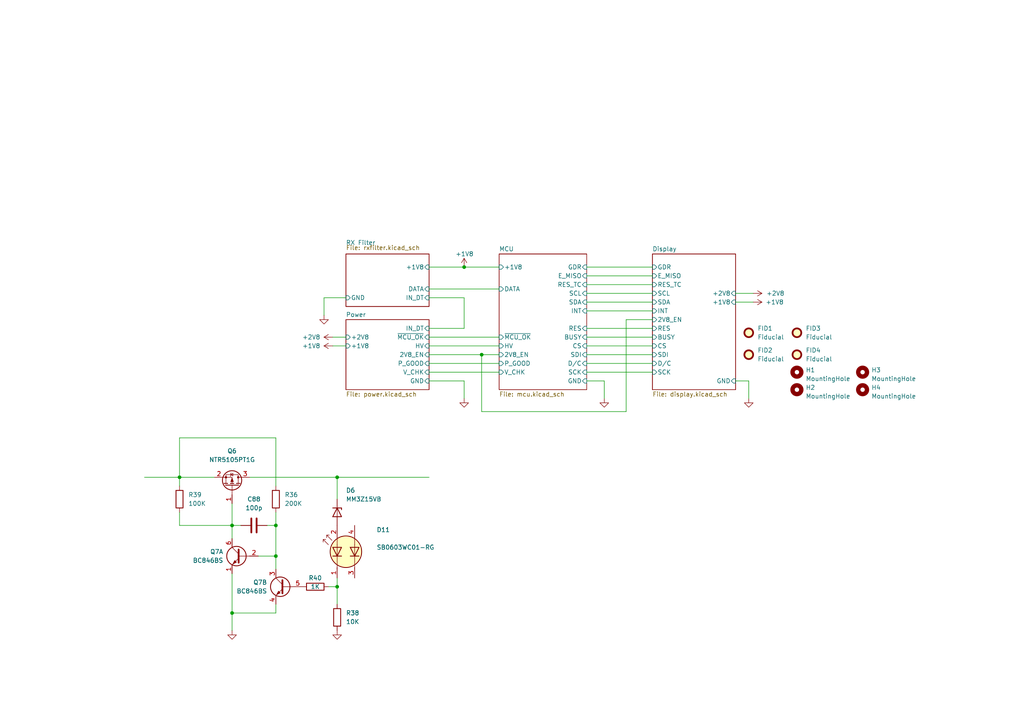
<source format=kicad_sch>
(kicad_sch (version 20230409) (generator eeschema)

  (uuid f1094595-086c-43ea-a0be-6f801d9d8744)

  (paper "A4")

  (lib_symbols
    (symbol "Device:C" (pin_numbers hide) (pin_names (offset 0.254)) (in_bom yes) (on_board yes)
      (property "Reference" "C" (at 0.635 2.54 0)
        (effects (font (size 1.27 1.27)) (justify left))
      )
      (property "Value" "C" (at 0.635 -2.54 0)
        (effects (font (size 1.27 1.27)) (justify left))
      )
      (property "Footprint" "" (at 0.9652 -3.81 0)
        (effects (font (size 1.27 1.27)) hide)
      )
      (property "Datasheet" "~" (at 0 0 0)
        (effects (font (size 1.27 1.27)) hide)
      )
      (property "ki_keywords" "cap capacitor" (at 0 0 0)
        (effects (font (size 1.27 1.27)) hide)
      )
      (property "ki_description" "Unpolarized capacitor" (at 0 0 0)
        (effects (font (size 1.27 1.27)) hide)
      )
      (property "ki_fp_filters" "C_*" (at 0 0 0)
        (effects (font (size 1.27 1.27)) hide)
      )
      (symbol "C_0_1"
        (polyline
          (pts
            (xy -2.032 -0.762)
            (xy 2.032 -0.762)
          )
          (stroke (width 0.508) (type default))
          (fill (type none))
        )
        (polyline
          (pts
            (xy -2.032 0.762)
            (xy 2.032 0.762)
          )
          (stroke (width 0.508) (type default))
          (fill (type none))
        )
      )
      (symbol "C_1_1"
        (pin passive line (at 0 3.81 270) (length 2.794)
          (name "~" (effects (font (size 1.27 1.27))))
          (number "1" (effects (font (size 1.27 1.27))))
        )
        (pin passive line (at 0 -3.81 90) (length 2.794)
          (name "~" (effects (font (size 1.27 1.27))))
          (number "2" (effects (font (size 1.27 1.27))))
        )
      )
    )
    (symbol "Device:D_Zener" (pin_numbers hide) (pin_names (offset 1.016) hide) (in_bom yes) (on_board yes)
      (property "Reference" "D" (at 0 2.54 0)
        (effects (font (size 1.27 1.27)))
      )
      (property "Value" "D_Zener" (at 0 -2.54 0)
        (effects (font (size 1.27 1.27)))
      )
      (property "Footprint" "" (at 0 0 0)
        (effects (font (size 1.27 1.27)) hide)
      )
      (property "Datasheet" "~" (at 0 0 0)
        (effects (font (size 1.27 1.27)) hide)
      )
      (property "ki_keywords" "diode" (at 0 0 0)
        (effects (font (size 1.27 1.27)) hide)
      )
      (property "ki_description" "Zener diode" (at 0 0 0)
        (effects (font (size 1.27 1.27)) hide)
      )
      (property "ki_fp_filters" "TO-???* *_Diode_* *SingleDiode* D_*" (at 0 0 0)
        (effects (font (size 1.27 1.27)) hide)
      )
      (symbol "D_Zener_0_1"
        (polyline
          (pts
            (xy 1.27 0)
            (xy -1.27 0)
          )
          (stroke (width 0) (type default))
          (fill (type none))
        )
        (polyline
          (pts
            (xy -1.27 -1.27)
            (xy -1.27 1.27)
            (xy -0.762 1.27)
          )
          (stroke (width 0.254) (type default))
          (fill (type none))
        )
        (polyline
          (pts
            (xy 1.27 -1.27)
            (xy 1.27 1.27)
            (xy -1.27 0)
            (xy 1.27 -1.27)
          )
          (stroke (width 0.254) (type default))
          (fill (type none))
        )
      )
      (symbol "D_Zener_1_1"
        (pin passive line (at -3.81 0 0) (length 2.54)
          (name "K" (effects (font (size 1.27 1.27))))
          (number "1" (effects (font (size 1.27 1.27))))
        )
        (pin passive line (at 3.81 0 180) (length 2.54)
          (name "A" (effects (font (size 1.27 1.27))))
          (number "2" (effects (font (size 1.27 1.27))))
        )
      )
    )
    (symbol "Device:LED_Dual_KAKA" (pin_names (offset 0) hide) (in_bom yes) (on_board yes)
      (property "Reference" "D" (at 0 5.715 0)
        (effects (font (size 1.27 1.27)))
      )
      (property "Value" "LED_Dual_KAKA" (at 0 -6.35 0)
        (effects (font (size 1.27 1.27)))
      )
      (property "Footprint" "" (at 0.762 0 0)
        (effects (font (size 1.27 1.27)) hide)
      )
      (property "Datasheet" "~" (at 0.762 0 0)
        (effects (font (size 1.27 1.27)) hide)
      )
      (property "ki_keywords" "LED diode bicolor dual" (at 0 0 0)
        (effects (font (size 1.27 1.27)) hide)
      )
      (property "ki_description" "Dual LED, cathodes on pins 1 and 3" (at 0 0 0)
        (effects (font (size 1.27 1.27)) hide)
      )
      (property "ki_fp_filters" "LED* LED_SMD:* LED_THT:*" (at 0 0 0)
        (effects (font (size 1.27 1.27)) hide)
      )
      (symbol "LED_Dual_KAKA_0_1"
        (polyline
          (pts
            (xy -5.08 -2.54)
            (xy 2.032 -2.54)
          )
          (stroke (width 0) (type default))
          (fill (type none))
        )
        (polyline
          (pts
            (xy -5.08 2.54)
            (xy 2.032 2.54)
          )
          (stroke (width 0) (type default))
          (fill (type none))
        )
        (polyline
          (pts
            (xy -1.27 -1.27)
            (xy -1.27 -3.81)
          )
          (stroke (width 0.254) (type default))
          (fill (type none))
        )
        (polyline
          (pts
            (xy -1.27 3.81)
            (xy -1.27 1.27)
          )
          (stroke (width 0.254) (type default))
          (fill (type none))
        )
        (polyline
          (pts
            (xy 3.81 -2.54)
            (xy 1.905 -2.54)
          )
          (stroke (width 0) (type default))
          (fill (type none))
        )
        (polyline
          (pts
            (xy 3.81 2.54)
            (xy 1.905 2.54)
          )
          (stroke (width 0) (type default))
          (fill (type none))
        )
        (polyline
          (pts
            (xy 1.27 -1.27)
            (xy 1.27 -3.81)
            (xy -1.27 -2.54)
            (xy 1.27 -1.27)
          )
          (stroke (width 0.254) (type default))
          (fill (type none))
        )
        (polyline
          (pts
            (xy 1.27 3.81)
            (xy 1.27 1.27)
            (xy -1.27 2.54)
            (xy 1.27 3.81)
          )
          (stroke (width 0.254) (type default))
          (fill (type none))
        )
        (polyline
          (pts
            (xy 2.032 5.08)
            (xy 3.556 6.604)
            (xy 2.794 6.604)
            (xy 3.556 6.604)
            (xy 3.556 5.842)
          )
          (stroke (width 0) (type default))
          (fill (type none))
        )
        (polyline
          (pts
            (xy 3.302 4.064)
            (xy 4.826 5.588)
            (xy 4.064 5.588)
            (xy 4.826 5.588)
            (xy 4.826 4.826)
          )
          (stroke (width 0) (type default))
          (fill (type none))
        )
        (circle (center 0 0) (radius 4.572)
          (stroke (width 0.254) (type default))
          (fill (type background))
        )
      )
      (symbol "LED_Dual_KAKA_1_1"
        (pin input line (at -7.62 2.54 0) (length 3.048)
          (name "A1" (effects (font (size 1.27 1.27))))
          (number "1" (effects (font (size 1.27 1.27))))
        )
        (pin input line (at 7.62 2.54 180) (length 3.81)
          (name "K1" (effects (font (size 1.27 1.27))))
          (number "2" (effects (font (size 1.27 1.27))))
        )
        (pin input line (at -7.62 -2.54 0) (length 3.048)
          (name "A2" (effects (font (size 1.27 1.27))))
          (number "3" (effects (font (size 1.27 1.27))))
        )
        (pin input line (at 7.62 -2.54 180) (length 3.81)
          (name "K2" (effects (font (size 1.27 1.27))))
          (number "4" (effects (font (size 1.27 1.27))))
        )
      )
    )
    (symbol "Device:Q_PMOS_GSD" (pin_names (offset 0) hide) (in_bom yes) (on_board yes)
      (property "Reference" "Q" (at 5.08 1.27 0)
        (effects (font (size 1.27 1.27)) (justify left))
      )
      (property "Value" "Q_PMOS_GSD" (at 5.08 -1.27 0)
        (effects (font (size 1.27 1.27)) (justify left))
      )
      (property "Footprint" "" (at 5.08 2.54 0)
        (effects (font (size 1.27 1.27)) hide)
      )
      (property "Datasheet" "~" (at 0 0 0)
        (effects (font (size 1.27 1.27)) hide)
      )
      (property "ki_keywords" "transistor PMOS P-MOS P-MOSFET" (at 0 0 0)
        (effects (font (size 1.27 1.27)) hide)
      )
      (property "ki_description" "P-MOSFET transistor, gate/source/drain" (at 0 0 0)
        (effects (font (size 1.27 1.27)) hide)
      )
      (symbol "Q_PMOS_GSD_0_1"
        (polyline
          (pts
            (xy 0.254 0)
            (xy -2.54 0)
          )
          (stroke (width 0) (type default))
          (fill (type none))
        )
        (polyline
          (pts
            (xy 0.254 1.905)
            (xy 0.254 -1.905)
          )
          (stroke (width 0.254) (type default))
          (fill (type none))
        )
        (polyline
          (pts
            (xy 0.762 -1.27)
            (xy 0.762 -2.286)
          )
          (stroke (width 0.254) (type default))
          (fill (type none))
        )
        (polyline
          (pts
            (xy 0.762 0.508)
            (xy 0.762 -0.508)
          )
          (stroke (width 0.254) (type default))
          (fill (type none))
        )
        (polyline
          (pts
            (xy 0.762 2.286)
            (xy 0.762 1.27)
          )
          (stroke (width 0.254) (type default))
          (fill (type none))
        )
        (polyline
          (pts
            (xy 2.54 2.54)
            (xy 2.54 1.778)
          )
          (stroke (width 0) (type default))
          (fill (type none))
        )
        (polyline
          (pts
            (xy 2.54 -2.54)
            (xy 2.54 0)
            (xy 0.762 0)
          )
          (stroke (width 0) (type default))
          (fill (type none))
        )
        (polyline
          (pts
            (xy 0.762 1.778)
            (xy 3.302 1.778)
            (xy 3.302 -1.778)
            (xy 0.762 -1.778)
          )
          (stroke (width 0) (type default))
          (fill (type none))
        )
        (polyline
          (pts
            (xy 2.286 0)
            (xy 1.27 0.381)
            (xy 1.27 -0.381)
            (xy 2.286 0)
          )
          (stroke (width 0) (type default))
          (fill (type outline))
        )
        (polyline
          (pts
            (xy 2.794 -0.508)
            (xy 2.921 -0.381)
            (xy 3.683 -0.381)
            (xy 3.81 -0.254)
          )
          (stroke (width 0) (type default))
          (fill (type none))
        )
        (polyline
          (pts
            (xy 3.302 -0.381)
            (xy 2.921 0.254)
            (xy 3.683 0.254)
            (xy 3.302 -0.381)
          )
          (stroke (width 0) (type default))
          (fill (type none))
        )
        (circle (center 1.651 0) (radius 2.794)
          (stroke (width 0.254) (type default))
          (fill (type none))
        )
        (circle (center 2.54 -1.778) (radius 0.254)
          (stroke (width 0) (type default))
          (fill (type outline))
        )
        (circle (center 2.54 1.778) (radius 0.254)
          (stroke (width 0) (type default))
          (fill (type outline))
        )
      )
      (symbol "Q_PMOS_GSD_1_1"
        (pin input line (at -5.08 0 0) (length 2.54)
          (name "G" (effects (font (size 1.27 1.27))))
          (number "1" (effects (font (size 1.27 1.27))))
        )
        (pin passive line (at 2.54 -5.08 90) (length 2.54)
          (name "S" (effects (font (size 1.27 1.27))))
          (number "2" (effects (font (size 1.27 1.27))))
        )
        (pin passive line (at 2.54 5.08 270) (length 2.54)
          (name "D" (effects (font (size 1.27 1.27))))
          (number "3" (effects (font (size 1.27 1.27))))
        )
      )
    )
    (symbol "Device:R" (pin_numbers hide) (pin_names (offset 0)) (in_bom yes) (on_board yes)
      (property "Reference" "R" (at 2.032 0 90)
        (effects (font (size 1.27 1.27)))
      )
      (property "Value" "R" (at 0 0 90)
        (effects (font (size 1.27 1.27)))
      )
      (property "Footprint" "" (at -1.778 0 90)
        (effects (font (size 1.27 1.27)) hide)
      )
      (property "Datasheet" "~" (at 0 0 0)
        (effects (font (size 1.27 1.27)) hide)
      )
      (property "ki_keywords" "R res resistor" (at 0 0 0)
        (effects (font (size 1.27 1.27)) hide)
      )
      (property "ki_description" "Resistor" (at 0 0 0)
        (effects (font (size 1.27 1.27)) hide)
      )
      (property "ki_fp_filters" "R_*" (at 0 0 0)
        (effects (font (size 1.27 1.27)) hide)
      )
      (symbol "R_0_1"
        (rectangle (start -1.016 -2.54) (end 1.016 2.54)
          (stroke (width 0.254) (type default))
          (fill (type none))
        )
      )
      (symbol "R_1_1"
        (pin passive line (at 0 3.81 270) (length 1.27)
          (name "~" (effects (font (size 1.27 1.27))))
          (number "1" (effects (font (size 1.27 1.27))))
        )
        (pin passive line (at 0 -3.81 90) (length 1.27)
          (name "~" (effects (font (size 1.27 1.27))))
          (number "2" (effects (font (size 1.27 1.27))))
        )
      )
    )
    (symbol "Mechanical:Fiducial" (in_bom yes) (on_board yes)
      (property "Reference" "FID" (at 0 5.08 0)
        (effects (font (size 1.27 1.27)))
      )
      (property "Value" "Fiducial" (at 0 3.175 0)
        (effects (font (size 1.27 1.27)))
      )
      (property "Footprint" "" (at 0 0 0)
        (effects (font (size 1.27 1.27)) hide)
      )
      (property "Datasheet" "~" (at 0 0 0)
        (effects (font (size 1.27 1.27)) hide)
      )
      (property "ki_keywords" "fiducial marker" (at 0 0 0)
        (effects (font (size 1.27 1.27)) hide)
      )
      (property "ki_description" "Fiducial Marker" (at 0 0 0)
        (effects (font (size 1.27 1.27)) hide)
      )
      (property "ki_fp_filters" "Fiducial*" (at 0 0 0)
        (effects (font (size 1.27 1.27)) hide)
      )
      (symbol "Fiducial_0_1"
        (circle (center 0 0) (radius 1.27)
          (stroke (width 0.508) (type default))
          (fill (type background))
        )
      )
    )
    (symbol "Mechanical:MountingHole" (pin_names (offset 1.016)) (in_bom yes) (on_board yes)
      (property "Reference" "H" (at 0 5.08 0)
        (effects (font (size 1.27 1.27)))
      )
      (property "Value" "MountingHole" (at 0 3.175 0)
        (effects (font (size 1.27 1.27)))
      )
      (property "Footprint" "" (at 0 0 0)
        (effects (font (size 1.27 1.27)) hide)
      )
      (property "Datasheet" "~" (at 0 0 0)
        (effects (font (size 1.27 1.27)) hide)
      )
      (property "ki_keywords" "mounting hole" (at 0 0 0)
        (effects (font (size 1.27 1.27)) hide)
      )
      (property "ki_description" "Mounting Hole without connection" (at 0 0 0)
        (effects (font (size 1.27 1.27)) hide)
      )
      (property "ki_fp_filters" "MountingHole*" (at 0 0 0)
        (effects (font (size 1.27 1.27)) hide)
      )
      (symbol "MountingHole_0_1"
        (circle (center 0 0) (radius 1.27)
          (stroke (width 1.27) (type default))
          (fill (type none))
        )
      )
    )
    (symbol "Transistor_BJT:BC846BS" (pin_names (offset 0) hide) (in_bom yes) (on_board yes)
      (property "Reference" "Q" (at 5.08 1.27 0)
        (effects (font (size 1.27 1.27)) (justify left))
      )
      (property "Value" "BC846BS" (at 5.08 -1.27 0)
        (effects (font (size 1.27 1.27)) (justify left))
      )
      (property "Footprint" "Package_TO_SOT_SMD:SOT-363_SC-70-6" (at 5.08 2.54 0)
        (effects (font (size 1.27 1.27)) hide)
      )
      (property "Datasheet" "https://assets.nexperia.com/documents/data-sheet/BC846BS.pdf" (at 0 0 0)
        (effects (font (size 1.27 1.27)) hide)
      )
      (property "ki_locked" "" (at 0 0 0)
        (effects (font (size 1.27 1.27)))
      )
      (property "ki_keywords" "NPN/NPN Transistor" (at 0 0 0)
        (effects (font (size 1.27 1.27)) hide)
      )
      (property "ki_description" "100mA IC, 65V Vce, Dual NPN/NPN Transistors, SOT-363" (at 0 0 0)
        (effects (font (size 1.27 1.27)) hide)
      )
      (property "ki_fp_filters" "SOT?363*" (at 0 0 0)
        (effects (font (size 1.27 1.27)) hide)
      )
      (symbol "BC846BS_0_1"
        (polyline
          (pts
            (xy 0.635 0)
            (xy -2.54 0)
          )
          (stroke (width 0) (type default))
          (fill (type none))
        )
        (polyline
          (pts
            (xy 0.635 0.635)
            (xy 2.54 2.54)
          )
          (stroke (width 0) (type default))
          (fill (type none))
        )
        (polyline
          (pts
            (xy 0.635 -0.635)
            (xy 2.54 -2.54)
            (xy 2.54 -2.54)
          )
          (stroke (width 0) (type default))
          (fill (type none))
        )
        (polyline
          (pts
            (xy 0.635 1.905)
            (xy 0.635 -1.905)
            (xy 0.635 -1.905)
          )
          (stroke (width 0.508) (type default))
          (fill (type none))
        )
        (polyline
          (pts
            (xy 1.27 -1.778)
            (xy 1.778 -1.27)
            (xy 2.286 -2.286)
            (xy 1.27 -1.778)
            (xy 1.27 -1.778)
          )
          (stroke (width 0) (type default))
          (fill (type outline))
        )
        (circle (center 1.27 0) (radius 2.8194)
          (stroke (width 0.254) (type default))
          (fill (type none))
        )
      )
      (symbol "BC846BS_1_1"
        (pin passive line (at 2.54 -5.08 90) (length 2.54)
          (name "E1" (effects (font (size 1.27 1.27))))
          (number "1" (effects (font (size 1.27 1.27))))
        )
        (pin input line (at -5.08 0 0) (length 2.54)
          (name "B1" (effects (font (size 1.27 1.27))))
          (number "2" (effects (font (size 1.27 1.27))))
        )
        (pin passive line (at 2.54 5.08 270) (length 2.54)
          (name "C1" (effects (font (size 1.27 1.27))))
          (number "6" (effects (font (size 1.27 1.27))))
        )
      )
      (symbol "BC846BS_2_1"
        (pin passive line (at 2.54 5.08 270) (length 2.54)
          (name "C2" (effects (font (size 1.27 1.27))))
          (number "3" (effects (font (size 1.27 1.27))))
        )
        (pin passive line (at 2.54 -5.08 90) (length 2.54)
          (name "E2" (effects (font (size 1.27 1.27))))
          (number "4" (effects (font (size 1.27 1.27))))
        )
        (pin input line (at -5.08 0 0) (length 2.54)
          (name "B2" (effects (font (size 1.27 1.27))))
          (number "5" (effects (font (size 1.27 1.27))))
        )
      )
    )
    (symbol "power:+1V8" (power) (pin_names (offset 0)) (in_bom yes) (on_board yes)
      (property "Reference" "#PWR" (at 0 -3.81 0)
        (effects (font (size 1.27 1.27)) hide)
      )
      (property "Value" "+1V8" (at 0 3.556 0)
        (effects (font (size 1.27 1.27)))
      )
      (property "Footprint" "" (at 0 0 0)
        (effects (font (size 1.27 1.27)) hide)
      )
      (property "Datasheet" "" (at 0 0 0)
        (effects (font (size 1.27 1.27)) hide)
      )
      (property "ki_keywords" "power-flag" (at 0 0 0)
        (effects (font (size 1.27 1.27)) hide)
      )
      (property "ki_description" "Power symbol creates a global label with name \"+1V8\"" (at 0 0 0)
        (effects (font (size 1.27 1.27)) hide)
      )
      (symbol "+1V8_0_1"
        (polyline
          (pts
            (xy -0.762 1.27)
            (xy 0 2.54)
          )
          (stroke (width 0) (type default))
          (fill (type none))
        )
        (polyline
          (pts
            (xy 0 0)
            (xy 0 2.54)
          )
          (stroke (width 0) (type default))
          (fill (type none))
        )
        (polyline
          (pts
            (xy 0 2.54)
            (xy 0.762 1.27)
          )
          (stroke (width 0) (type default))
          (fill (type none))
        )
      )
      (symbol "+1V8_1_1"
        (pin power_in line (at 0 0 90) (length 0) hide
          (name "+1V8" (effects (font (size 1.27 1.27))))
          (number "1" (effects (font (size 1.27 1.27))))
        )
      )
    )
    (symbol "power:+2V8" (power) (pin_names (offset 0)) (in_bom yes) (on_board yes)
      (property "Reference" "#PWR" (at 0 -3.81 0)
        (effects (font (size 1.27 1.27)) hide)
      )
      (property "Value" "+2V8" (at 0 3.556 0)
        (effects (font (size 1.27 1.27)))
      )
      (property "Footprint" "" (at 0 0 0)
        (effects (font (size 1.27 1.27)) hide)
      )
      (property "Datasheet" "" (at 0 0 0)
        (effects (font (size 1.27 1.27)) hide)
      )
      (property "ki_keywords" "power-flag" (at 0 0 0)
        (effects (font (size 1.27 1.27)) hide)
      )
      (property "ki_description" "Power symbol creates a global label with name \"+2V8\"" (at 0 0 0)
        (effects (font (size 1.27 1.27)) hide)
      )
      (symbol "+2V8_0_1"
        (polyline
          (pts
            (xy -0.762 1.27)
            (xy 0 2.54)
          )
          (stroke (width 0) (type default))
          (fill (type none))
        )
        (polyline
          (pts
            (xy 0 0)
            (xy 0 2.54)
          )
          (stroke (width 0) (type default))
          (fill (type none))
        )
        (polyline
          (pts
            (xy 0 2.54)
            (xy 0.762 1.27)
          )
          (stroke (width 0) (type default))
          (fill (type none))
        )
      )
      (symbol "+2V8_1_1"
        (pin power_in line (at 0 0 90) (length 0) hide
          (name "+2V8" (effects (font (size 1.27 1.27))))
          (number "1" (effects (font (size 1.27 1.27))))
        )
      )
    )
    (symbol "power:GND" (power) (pin_names (offset 0)) (in_bom yes) (on_board yes)
      (property "Reference" "#PWR" (at 0 -6.35 0)
        (effects (font (size 1.27 1.27)) hide)
      )
      (property "Value" "GND" (at 0 -3.81 0)
        (effects (font (size 1.27 1.27)))
      )
      (property "Footprint" "" (at 0 0 0)
        (effects (font (size 1.27 1.27)) hide)
      )
      (property "Datasheet" "" (at 0 0 0)
        (effects (font (size 1.27 1.27)) hide)
      )
      (property "ki_keywords" "power-flag" (at 0 0 0)
        (effects (font (size 1.27 1.27)) hide)
      )
      (property "ki_description" "Power symbol creates a global label with name \"GND\" , ground" (at 0 0 0)
        (effects (font (size 1.27 1.27)) hide)
      )
      (symbol "GND_0_1"
        (polyline
          (pts
            (xy 0 0)
            (xy 0 -1.27)
            (xy 1.27 -1.27)
            (xy 0 -2.54)
            (xy -1.27 -1.27)
            (xy 0 -1.27)
          )
          (stroke (width 0) (type default))
          (fill (type none))
        )
      )
      (symbol "GND_1_1"
        (pin power_in line (at 0 0 270) (length 0) hide
          (name "GND" (effects (font (size 1.27 1.27))))
          (number "1" (effects (font (size 1.27 1.27))))
        )
      )
    )
  )

  (junction (at 134.62 77.47) (diameter 0) (color 0 0 0 0)
    (uuid 1760802e-9cb8-4888-9bb6-3cad90cb4391)
  )
  (junction (at 52.07 138.43) (diameter 0) (color 0 0 0 0)
    (uuid 33bfbc58-6e6f-4ed7-abce-1ebfd7dc2be0)
  )
  (junction (at 139.7 102.87) (diameter 0) (color 0 0 0 0)
    (uuid 65767b9c-3c34-47da-b3b2-88cfe96b9910)
  )
  (junction (at 67.31 152.4) (diameter 0) (color 0 0 0 0)
    (uuid 7a5a4f4a-7d54-4876-b6e6-9704099df431)
  )
  (junction (at 67.31 177.8) (diameter 0) (color 0 0 0 0)
    (uuid 7c4c571b-46fc-474a-962d-8bf1d3caac38)
  )
  (junction (at 80.01 161.29) (diameter 0) (color 0 0 0 0)
    (uuid 8fd9a2c3-6884-4a0f-be38-55be4c2e3c0a)
  )
  (junction (at 97.79 170.18) (diameter 0) (color 0 0 0 0)
    (uuid aff20d80-bcd2-49b7-ae08-9ae0a956c1bd)
  )
  (junction (at 97.79 138.43) (diameter 0) (color 0 0 0 0)
    (uuid e080ad90-8399-4463-bca8-e9eb802a518c)
  )
  (junction (at 80.01 152.4) (diameter 0) (color 0 0 0 0)
    (uuid eefe019b-1383-406b-9c17-312aca90f746)
  )

  (wire (pts (xy 41.91 138.43) (xy 52.07 138.43))
    (stroke (width 0) (type default))
    (uuid 03e1308d-14be-4644-974c-1213d59ba708)
  )
  (wire (pts (xy 77.47 152.4) (xy 80.01 152.4))
    (stroke (width 0) (type default))
    (uuid 054d2fdb-4166-444e-b96f-60ed32c75a57)
  )
  (wire (pts (xy 67.31 177.8) (xy 67.31 166.37))
    (stroke (width 0) (type default))
    (uuid 0761aa63-d91e-4a5a-a328-6bee5d6b7fa8)
  )
  (wire (pts (xy 67.31 152.4) (xy 67.31 156.21))
    (stroke (width 0) (type default))
    (uuid 0ad2e77b-bd87-4839-b0ef-621ede94974c)
  )
  (wire (pts (xy 139.7 102.87) (xy 144.78 102.87))
    (stroke (width 0) (type default))
    (uuid 11b85a35-b083-4347-ace4-7895514d8392)
  )
  (wire (pts (xy 124.46 107.95) (xy 144.78 107.95))
    (stroke (width 0) (type default))
    (uuid 15c7b644-feaa-4a72-99f5-372726787def)
  )
  (wire (pts (xy 80.01 140.97) (xy 80.01 127))
    (stroke (width 0) (type default))
    (uuid 16da9217-c93e-4c7f-a594-22081f5ab059)
  )
  (wire (pts (xy 80.01 152.4) (xy 80.01 161.29))
    (stroke (width 0) (type default))
    (uuid 26a9233a-996b-47a3-929b-ffcfdecc333a)
  )
  (wire (pts (xy 217.17 110.49) (xy 213.36 110.49))
    (stroke (width 0) (type default))
    (uuid 27ea524a-ef43-49cd-bc84-d2090076d86a)
  )
  (wire (pts (xy 170.18 97.79) (xy 189.23 97.79))
    (stroke (width 0) (type default))
    (uuid 28c990b6-1f32-4c71-bcdc-846eba960089)
  )
  (wire (pts (xy 170.18 77.47) (xy 189.23 77.47))
    (stroke (width 0) (type default))
    (uuid 2a10f600-ab38-4606-b862-5e5640670ea8)
  )
  (wire (pts (xy 67.31 152.4) (xy 69.85 152.4))
    (stroke (width 0) (type default))
    (uuid 30e9f70f-23a6-40d7-bea5-a8a849c9c1a0)
  )
  (wire (pts (xy 170.18 110.49) (xy 175.26 110.49))
    (stroke (width 0) (type default))
    (uuid 31b011c6-669c-452f-9e6a-c12cbf22873f)
  )
  (wire (pts (xy 93.98 86.36) (xy 100.33 86.36))
    (stroke (width 0) (type default))
    (uuid 32ad62b6-4c67-4581-bc38-befff47b7821)
  )
  (wire (pts (xy 80.01 127) (xy 52.07 127))
    (stroke (width 0) (type default))
    (uuid 33997ac0-93dd-4fbe-b88b-74c5933022bc)
  )
  (wire (pts (xy 80.01 175.26) (xy 80.01 177.8))
    (stroke (width 0) (type default))
    (uuid 3442a664-8d15-4c02-b6fb-772b4b611367)
  )
  (wire (pts (xy 213.36 85.09) (xy 218.44 85.09))
    (stroke (width 0) (type default))
    (uuid 35d3384b-807d-4125-9396-faeecd147abe)
  )
  (wire (pts (xy 52.07 127) (xy 52.07 138.43))
    (stroke (width 0) (type default))
    (uuid 3a576f95-e1d5-4d0e-ac34-0f57ea5a9e22)
  )
  (wire (pts (xy 124.46 77.47) (xy 134.62 77.47))
    (stroke (width 0) (type default))
    (uuid 4125a609-c62c-428e-91ef-a0d664eace49)
  )
  (wire (pts (xy 170.18 85.09) (xy 189.23 85.09))
    (stroke (width 0) (type default))
    (uuid 42827432-d5a8-499a-a7ae-797fd1d51d8a)
  )
  (wire (pts (xy 96.52 100.33) (xy 100.33 100.33))
    (stroke (width 0) (type default))
    (uuid 472773c8-a72c-4ffa-90d4-65aa9eb95627)
  )
  (wire (pts (xy 97.79 167.64) (xy 97.79 170.18))
    (stroke (width 0) (type default))
    (uuid 4bc45f9f-1991-44b2-a956-cba9ab5129ee)
  )
  (wire (pts (xy 80.01 148.59) (xy 80.01 152.4))
    (stroke (width 0) (type default))
    (uuid 4d462556-b3a8-4f32-8a20-4bdc87b97293)
  )
  (wire (pts (xy 97.79 144.78) (xy 97.79 138.43))
    (stroke (width 0) (type default))
    (uuid 4e44f8fc-b379-4acf-abac-8c97b321c378)
  )
  (wire (pts (xy 72.39 138.43) (xy 97.79 138.43))
    (stroke (width 0) (type default))
    (uuid 4f62a5d8-c3c7-473f-99cb-a7553b5dece7)
  )
  (wire (pts (xy 67.31 182.88) (xy 67.31 177.8))
    (stroke (width 0) (type default))
    (uuid 580239c4-e2d1-427f-abe0-978796ddb05e)
  )
  (wire (pts (xy 52.07 138.43) (xy 62.23 138.43))
    (stroke (width 0) (type default))
    (uuid 64d3e968-fa06-4bd5-824a-cc3ba2e976e0)
  )
  (wire (pts (xy 181.61 119.38) (xy 139.7 119.38))
    (stroke (width 0) (type default))
    (uuid 684ca263-331a-41d7-8151-1ef493c459f4)
  )
  (wire (pts (xy 170.18 95.25) (xy 189.23 95.25))
    (stroke (width 0) (type default))
    (uuid 6903ac01-63b0-45f2-8de5-782ac93c7643)
  )
  (wire (pts (xy 52.07 152.4) (xy 67.31 152.4))
    (stroke (width 0) (type default))
    (uuid 6a502f51-2a59-41d2-a6bf-041a9d548274)
  )
  (wire (pts (xy 96.52 97.79) (xy 100.33 97.79))
    (stroke (width 0) (type default))
    (uuid 6f06b72b-dda5-4c6c-9fed-55cb9fa4d090)
  )
  (wire (pts (xy 52.07 148.59) (xy 52.07 152.4))
    (stroke (width 0) (type default))
    (uuid 72269574-d87e-4a46-907a-4098ff155c4e)
  )
  (wire (pts (xy 170.18 87.63) (xy 189.23 87.63))
    (stroke (width 0) (type default))
    (uuid 740d8e84-9f0a-436b-9967-03365c26d02e)
  )
  (wire (pts (xy 134.62 110.49) (xy 124.46 110.49))
    (stroke (width 0) (type default))
    (uuid 770db952-301e-4657-91ea-bfa67ab9b9b4)
  )
  (wire (pts (xy 134.62 115.57) (xy 134.62 110.49))
    (stroke (width 0) (type default))
    (uuid 7d7b36d6-4db1-474b-b5bb-632e85f1d28a)
  )
  (wire (pts (xy 170.18 105.41) (xy 189.23 105.41))
    (stroke (width 0) (type default))
    (uuid 7e3ab624-6a5b-426d-a7cd-61748a9112a1)
  )
  (wire (pts (xy 170.18 90.17) (xy 189.23 90.17))
    (stroke (width 0) (type default))
    (uuid 7fb776a0-17e4-433e-aa9b-7b7f563a8ef4)
  )
  (wire (pts (xy 80.01 165.1) (xy 80.01 161.29))
    (stroke (width 0) (type default))
    (uuid 885df427-8c07-4116-a099-e8c3c1ef0fba)
  )
  (wire (pts (xy 124.46 97.79) (xy 144.78 97.79))
    (stroke (width 0) (type default))
    (uuid 8f2670bb-efbf-402f-b217-693f6bd67dbb)
  )
  (wire (pts (xy 124.46 105.41) (xy 144.78 105.41))
    (stroke (width 0) (type default))
    (uuid 8fa3ce1b-5dba-4410-b2d5-97e218f3a8d1)
  )
  (wire (pts (xy 97.79 170.18) (xy 95.25 170.18))
    (stroke (width 0) (type default))
    (uuid 9155babf-9bb4-4218-b412-df6e78797c07)
  )
  (wire (pts (xy 124.46 83.82) (xy 144.78 83.82))
    (stroke (width 0) (type default))
    (uuid 951b706f-5ee5-467f-976f-d402bb6a24ad)
  )
  (wire (pts (xy 97.79 138.43) (xy 124.46 138.43))
    (stroke (width 0) (type default))
    (uuid 975dcaac-24ae-42e5-9a33-0c173d727571)
  )
  (wire (pts (xy 124.46 100.33) (xy 144.78 100.33))
    (stroke (width 0) (type default))
    (uuid a0bbef68-2004-4486-a7a4-70f40fc10f20)
  )
  (wire (pts (xy 52.07 140.97) (xy 52.07 138.43))
    (stroke (width 0) (type default))
    (uuid a13f9d66-28aa-4ce0-927a-90230c313ae9)
  )
  (wire (pts (xy 139.7 119.38) (xy 139.7 102.87))
    (stroke (width 0) (type default))
    (uuid a43513c9-3b58-421c-aacd-8adea195f6b1)
  )
  (wire (pts (xy 170.18 100.33) (xy 189.23 100.33))
    (stroke (width 0) (type default))
    (uuid afb83ae3-4e7b-40d7-8bba-2ec249dbd674)
  )
  (wire (pts (xy 134.62 77.47) (xy 144.78 77.47))
    (stroke (width 0) (type default))
    (uuid b1e46a58-1742-4386-97aa-8179f030c1b1)
  )
  (wire (pts (xy 170.18 80.01) (xy 189.23 80.01))
    (stroke (width 0) (type default))
    (uuid b87bdec1-97c1-4f59-aef0-6a57b7fd0c08)
  )
  (wire (pts (xy 67.31 146.05) (xy 67.31 152.4))
    (stroke (width 0) (type default))
    (uuid b9fc7eac-5792-475b-93c7-8173ca18623e)
  )
  (wire (pts (xy 134.62 95.25) (xy 124.46 95.25))
    (stroke (width 0) (type default))
    (uuid ba8c8b4f-ee18-4408-8378-1b96cfc10866)
  )
  (wire (pts (xy 124.46 102.87) (xy 139.7 102.87))
    (stroke (width 0) (type default))
    (uuid bac70081-79f5-4f17-9482-ca50be35f38c)
  )
  (wire (pts (xy 80.01 161.29) (xy 74.93 161.29))
    (stroke (width 0) (type default))
    (uuid baf1d374-d612-4e3e-b99b-37c7da0455ba)
  )
  (wire (pts (xy 218.44 87.63) (xy 213.36 87.63))
    (stroke (width 0) (type default))
    (uuid c449bba0-eaad-4475-9117-fa89fab51967)
  )
  (wire (pts (xy 217.17 115.57) (xy 217.17 110.49))
    (stroke (width 0) (type default))
    (uuid c7f3a0ba-18db-4c63-9187-4584f42a5930)
  )
  (wire (pts (xy 170.18 82.55) (xy 189.23 82.55))
    (stroke (width 0) (type default))
    (uuid ca54df42-b27e-43a9-8d69-9e64a04ad206)
  )
  (wire (pts (xy 175.26 115.57) (xy 175.26 110.49))
    (stroke (width 0) (type default))
    (uuid cd9a6a2f-cbb2-4fa8-a00e-26994b16732c)
  )
  (wire (pts (xy 93.98 91.44) (xy 93.98 86.36))
    (stroke (width 0) (type default))
    (uuid cfaccb8a-85d3-41ea-914f-ca51fa87e72f)
  )
  (wire (pts (xy 80.01 177.8) (xy 67.31 177.8))
    (stroke (width 0) (type default))
    (uuid d1857f13-4276-4e0f-a987-9ccfd8c2ea02)
  )
  (wire (pts (xy 181.61 92.71) (xy 181.61 119.38))
    (stroke (width 0) (type default))
    (uuid d6e1f545-5122-4619-a1ae-288aa6c67456)
  )
  (wire (pts (xy 170.18 102.87) (xy 189.23 102.87))
    (stroke (width 0) (type default))
    (uuid d9679898-6314-4147-b045-c0a3b7572216)
  )
  (wire (pts (xy 170.18 107.95) (xy 189.23 107.95))
    (stroke (width 0) (type default))
    (uuid dc47cb1f-179c-45c5-abd5-276d30965abe)
  )
  (wire (pts (xy 124.46 86.36) (xy 134.62 86.36))
    (stroke (width 0) (type default))
    (uuid e2bf8467-272a-440f-a96d-032043d52350)
  )
  (wire (pts (xy 134.62 86.36) (xy 134.62 95.25))
    (stroke (width 0) (type default))
    (uuid e3ed2ceb-bbcd-475e-a647-ab7ceca4518a)
  )
  (wire (pts (xy 97.79 175.26) (xy 97.79 170.18))
    (stroke (width 0) (type default))
    (uuid ed560bab-0e12-41f5-9dec-4e84063f30ea)
  )
  (wire (pts (xy 189.23 92.71) (xy 181.61 92.71))
    (stroke (width 0) (type default))
    (uuid f692f1b3-cea9-4863-a52f-6182862cd916)
  )

  (symbol (lib_id "Mechanical:Fiducial") (at 217.17 96.52 0) (unit 1)
    (in_bom yes) (on_board yes) (dnp no) (fields_autoplaced)
    (uuid 07b6e9fa-5f27-4d03-a108-8598ae262114)
    (property "Reference" "FID?" (at 219.71 95.2499 0)
      (effects (font (size 1.27 1.27)) (justify left))
    )
    (property "Value" "Fiducial" (at 219.71 97.7899 0)
      (effects (font (size 1.27 1.27)) (justify left))
    )
    (property "Footprint" "Fiducial:Fiducial_0.5mm_Mask1.5mm" (at 217.17 96.52 0)
      (effects (font (size 1.27 1.27)) hide)
    )
    (property "Datasheet" "~" (at 217.17 96.52 0)
      (effects (font (size 1.27 1.27)) hide)
    )
    (instances
      (project "Kampela"
        (path "/472e0f49-51e5-4b9c-a9f6-6aed0741c677"
          (reference "FID?") (unit 1)
        )
      )
      (project "Kampela_E1"
        (path "/f1094595-086c-43ea-a0be-6f801d9d8744"
          (reference "FID1") (unit 1)
        )
      )
    )
  )

  (symbol (lib_id "power:+1V8") (at 218.44 87.63 270) (unit 1)
    (in_bom yes) (on_board yes) (dnp no)
    (uuid 1456c387-d268-44d5-98df-074738d8757c)
    (property "Reference" "#PWR?" (at 214.63 87.63 0)
      (effects (font (size 1.27 1.27)) hide)
    )
    (property "Value" "+1V8" (at 227.33 87.63 90)
      (effects (font (size 1.27 1.27)) (justify right))
    )
    (property "Footprint" "" (at 218.44 87.63 0)
      (effects (font (size 1.27 1.27)) hide)
    )
    (property "Datasheet" "" (at 218.44 87.63 0)
      (effects (font (size 1.27 1.27)) hide)
    )
    (pin "1" (uuid a6aa9ef6-bd6c-4cf9-a8ff-7bbcef6f2bf8))
    (instances
      (project "Kampela"
        (path "/472e0f49-51e5-4b9c-a9f6-6aed0741c677"
          (reference "#PWR?") (unit 1)
        )
      )
      (project "Kampela_E1"
        (path "/f1094595-086c-43ea-a0be-6f801d9d8744"
          (reference "#PWR010") (unit 1)
        )
      )
    )
  )

  (symbol (lib_id "Transistor_BJT:BC846BS") (at 82.55 170.18 0) (mirror y) (unit 2)
    (in_bom yes) (on_board yes) (dnp no)
    (uuid 23a591de-6b1d-4bcd-98f4-57a83dce3212)
    (property "Reference" "Q7" (at 77.47 168.91 0)
      (effects (font (size 1.27 1.27)) (justify left))
    )
    (property "Value" "BC846BS" (at 77.47 171.45 0)
      (effects (font (size 1.27 1.27)) (justify left))
    )
    (property "Footprint" "Package_TO_SOT_SMD:SOT-363_SC-70-6" (at 77.47 167.64 0)
      (effects (font (size 1.27 1.27)) hide)
    )
    (property "Datasheet" "https://assets.nexperia.com/documents/data-sheet/BC846BS.pdf" (at 82.55 170.18 0)
      (effects (font (size 1.27 1.27)) hide)
    )
    (pin "1" (uuid 46f637a9-4735-4579-9a0a-73fadc389bc2))
    (pin "2" (uuid d5036cf8-b099-48b0-a1ee-44cadd113ada))
    (pin "6" (uuid 9efa607c-877a-4fdc-bcb4-2c183f3842ad))
    (pin "3" (uuid 9d70ba7b-99bb-4704-a12d-a6cf349eb50f))
    (pin "4" (uuid 2b5a3b7f-73ed-41df-9f7b-9fa49ffd07aa))
    (pin "5" (uuid 85f7e970-8734-4a7f-9f42-e435b53288b8))
    (instances
      (project "Kampela_E1"
        (path "/f1094595-086c-43ea-a0be-6f801d9d8744"
          (reference "Q7") (unit 2)
        )
      )
    )
  )

  (symbol (lib_id "power:+2V8") (at 96.52 97.79 90) (unit 1)
    (in_bom yes) (on_board yes) (dnp no)
    (uuid 476324e8-1c8e-4748-bcb3-62301e88ff0e)
    (property "Reference" "#PWR?" (at 100.33 97.79 0)
      (effects (font (size 1.27 1.27)) hide)
    )
    (property "Value" "+2V8" (at 87.63 97.79 90)
      (effects (font (size 1.27 1.27)) (justify right))
    )
    (property "Footprint" "" (at 96.52 97.79 0)
      (effects (font (size 1.27 1.27)) hide)
    )
    (property "Datasheet" "" (at 96.52 97.79 0)
      (effects (font (size 1.27 1.27)) hide)
    )
    (pin "1" (uuid 71ae35e1-c271-4e8c-9bed-728591c561ff))
    (instances
      (project "Kampela"
        (path "/472e0f49-51e5-4b9c-a9f6-6aed0741c677"
          (reference "#PWR?") (unit 1)
        )
      )
      (project "Kampela_E1"
        (path "/f1094595-086c-43ea-a0be-6f801d9d8744"
          (reference "#PWR02") (unit 1)
        )
      )
    )
  )

  (symbol (lib_id "Device:R") (at 52.07 144.78 0) (unit 1)
    (in_bom yes) (on_board yes) (dnp no) (fields_autoplaced)
    (uuid 48eed846-f3f5-41a6-8156-8d5008a373cd)
    (property "Reference" "R39" (at 54.61 143.51 0)
      (effects (font (size 1.27 1.27)) (justify left))
    )
    (property "Value" "100K" (at 54.61 146.05 0)
      (effects (font (size 1.27 1.27)) (justify left))
    )
    (property "Footprint" "" (at 50.292 144.78 90)
      (effects (font (size 1.27 1.27)) hide)
    )
    (property "Datasheet" "~" (at 52.07 144.78 0)
      (effects (font (size 1.27 1.27)) hide)
    )
    (pin "1" (uuid d13fe0f2-c725-4863-8fd3-0efd0a1a53f6))
    (pin "2" (uuid b3a13432-0163-4ecc-891d-39893f8f730b))
    (instances
      (project "Kampela_E1"
        (path "/f1094595-086c-43ea-a0be-6f801d9d8744"
          (reference "R39") (unit 1)
        )
      )
    )
  )

  (symbol (lib_id "Mechanical:Fiducial") (at 231.14 102.87 0) (unit 1)
    (in_bom yes) (on_board yes) (dnp no) (fields_autoplaced)
    (uuid 49b50032-60bf-486c-90ee-ada0700a21b5)
    (property "Reference" "FID?" (at 233.68 101.5999 0)
      (effects (font (size 1.27 1.27)) (justify left))
    )
    (property "Value" "Fiducial" (at 233.68 104.1399 0)
      (effects (font (size 1.27 1.27)) (justify left))
    )
    (property "Footprint" "Fiducial:Fiducial_0.5mm_Mask1.5mm" (at 231.14 102.87 0)
      (effects (font (size 1.27 1.27)) hide)
    )
    (property "Datasheet" "~" (at 231.14 102.87 0)
      (effects (font (size 1.27 1.27)) hide)
    )
    (instances
      (project "Kampela"
        (path "/472e0f49-51e5-4b9c-a9f6-6aed0741c677"
          (reference "FID?") (unit 1)
        )
      )
      (project "Kampela_E1"
        (path "/f1094595-086c-43ea-a0be-6f801d9d8744"
          (reference "FID4") (unit 1)
        )
      )
    )
  )

  (symbol (lib_id "power:GND") (at 67.31 182.88 0) (unit 1)
    (in_bom yes) (on_board yes) (dnp no) (fields_autoplaced)
    (uuid 4dfbefbe-a55a-41f3-a9a7-bca163cc0cd8)
    (property "Reference" "#PWR?" (at 67.31 189.23 0)
      (effects (font (size 1.27 1.27)) hide)
    )
    (property "Value" "GND" (at 67.31 187.96 0)
      (effects (font (size 1.27 1.27)) hide)
    )
    (property "Footprint" "" (at 67.31 182.88 0)
      (effects (font (size 1.27 1.27)) hide)
    )
    (property "Datasheet" "" (at 67.31 182.88 0)
      (effects (font (size 1.27 1.27)) hide)
    )
    (pin "1" (uuid 85136af9-4332-477d-8ecc-62ac17b04c38))
    (instances
      (project "Kampela"
        (path "/472e0f49-51e5-4b9c-a9f6-6aed0741c677"
          (reference "#PWR?") (unit 1)
        )
      )
      (project "Kampela_E1"
        (path "/f1094595-086c-43ea-a0be-6f801d9d8744"
          (reference "#PWR096") (unit 1)
        )
      )
    )
  )

  (symbol (lib_id "Device:C") (at 73.66 152.4 90) (unit 1)
    (in_bom yes) (on_board yes) (dnp no) (fields_autoplaced)
    (uuid 4ea1ad68-3f7b-47c6-9572-f7d909ad1727)
    (property "Reference" "C?" (at 73.66 144.78 90)
      (effects (font (size 1.27 1.27)))
    )
    (property "Value" "100p" (at 73.66 147.32 90)
      (effects (font (size 1.27 1.27)))
    )
    (property "Footprint" "Capacitor_SMD:C_0402_1005Metric" (at 77.47 151.4348 0)
      (effects (font (size 1.27 1.27)) hide)
    )
    (property "Datasheet" "~" (at 73.66 152.4 0)
      (effects (font (size 1.27 1.27)) hide)
    )
    (pin "1" (uuid 4feb6d5a-7e9a-424a-bd6a-6230a9ec530a))
    (pin "2" (uuid d40ff818-bbf4-4006-aff6-893cb1184936))
    (instances
      (project "Kampela"
        (path "/472e0f49-51e5-4b9c-a9f6-6aed0741c677/107d2fe5-3a51-4aa0-a4ed-d8d997e2d812"
          (reference "C?") (unit 1)
        )
      )
      (project "Kampela_E1"
        (path "/f1094595-086c-43ea-a0be-6f801d9d8744/107d2fe5-3a51-4aa0-a4ed-d8d997e2d812"
          (reference "C20") (unit 1)
        )
        (path "/f1094595-086c-43ea-a0be-6f801d9d8744"
          (reference "C88") (unit 1)
        )
      )
    )
  )

  (symbol (lib_id "Device:D_Zener") (at 97.79 148.59 270) (unit 1)
    (in_bom yes) (on_board yes) (dnp no)
    (uuid 569150e6-e6dc-4050-8b90-e51419352176)
    (property "Reference" "D?" (at 100.33 142.24 90)
      (effects (font (size 1.27 1.27)) (justify left))
    )
    (property "Value" "MM3Z15VB" (at 100.33 144.78 90)
      (effects (font (size 1.27 1.27)) (justify left))
    )
    (property "Footprint" "Diode_SMD:D_SOD-323F" (at 97.79 148.59 0)
      (effects (font (size 1.27 1.27)) hide)
    )
    (property "Datasheet" "~" (at 97.79 148.59 0)
      (effects (font (size 1.27 1.27)) hide)
    )
    (pin "1" (uuid 0304d957-dc8b-44d0-8abe-741e6907f7d1))
    (pin "2" (uuid a908ec08-6706-4b29-bf96-c3ac275b3b0c))
    (instances
      (project "Kampela"
        (path "/472e0f49-51e5-4b9c-a9f6-6aed0741c677/107d2fe5-3a51-4aa0-a4ed-d8d997e2d812"
          (reference "D?") (unit 1)
        )
      )
      (project "Kampela_E1"
        (path "/f1094595-086c-43ea-a0be-6f801d9d8744/107d2fe5-3a51-4aa0-a4ed-d8d997e2d812"
          (reference "D5") (unit 1)
        )
        (path "/f1094595-086c-43ea-a0be-6f801d9d8744"
          (reference "D6") (unit 1)
        )
      )
    )
  )

  (symbol (lib_id "Mechanical:MountingHole") (at 231.14 113.03 0) (unit 1)
    (in_bom yes) (on_board yes) (dnp no) (fields_autoplaced)
    (uuid 5b4b0dd3-69b5-482f-846f-fc5616165a2a)
    (property "Reference" "H2" (at 233.68 112.395 0)
      (effects (font (size 1.27 1.27)) (justify left))
    )
    (property "Value" "MountingHole" (at 233.68 114.935 0)
      (effects (font (size 1.27 1.27)) (justify left))
    )
    (property "Footprint" "MountingHole:MountingHole_2.1mm" (at 231.14 113.03 0)
      (effects (font (size 1.27 1.27)) hide)
    )
    (property "Datasheet" "~" (at 231.14 113.03 0)
      (effects (font (size 1.27 1.27)) hide)
    )
    (instances
      (project "Kampela_E1"
        (path "/f1094595-086c-43ea-a0be-6f801d9d8744"
          (reference "H2") (unit 1)
        )
      )
    )
  )

  (symbol (lib_id "power:+2V8") (at 218.44 85.09 270) (unit 1)
    (in_bom yes) (on_board yes) (dnp no) (fields_autoplaced)
    (uuid 8455d62c-d401-42ef-b025-8d9fa60e4bcc)
    (property "Reference" "#PWR?" (at 214.63 85.09 0)
      (effects (font (size 1.27 1.27)) hide)
    )
    (property "Value" "+2V8" (at 222.25 85.0899 90)
      (effects (font (size 1.27 1.27)) (justify left))
    )
    (property "Footprint" "" (at 218.44 85.09 0)
      (effects (font (size 1.27 1.27)) hide)
    )
    (property "Datasheet" "" (at 218.44 85.09 0)
      (effects (font (size 1.27 1.27)) hide)
    )
    (pin "1" (uuid 667d1ef9-2baf-4dfa-b332-6d6423a0ed34))
    (instances
      (project "Kampela"
        (path "/472e0f49-51e5-4b9c-a9f6-6aed0741c677"
          (reference "#PWR?") (unit 1)
        )
      )
      (project "Kampela_E1"
        (path "/f1094595-086c-43ea-a0be-6f801d9d8744"
          (reference "#PWR09") (unit 1)
        )
      )
    )
  )

  (symbol (lib_id "power:GND") (at 93.98 91.44 0) (mirror y) (unit 1)
    (in_bom yes) (on_board yes) (dnp no) (fields_autoplaced)
    (uuid 93ecbcce-cd92-405f-b117-481c41d6d595)
    (property "Reference" "#PWR?" (at 93.98 97.79 0)
      (effects (font (size 1.27 1.27)) hide)
    )
    (property "Value" "GND" (at 93.98 96.52 0)
      (effects (font (size 1.27 1.27)) hide)
    )
    (property "Footprint" "" (at 93.98 91.44 0)
      (effects (font (size 1.27 1.27)) hide)
    )
    (property "Datasheet" "" (at 93.98 91.44 0)
      (effects (font (size 1.27 1.27)) hide)
    )
    (pin "1" (uuid 7d6ac812-3c6f-4c1e-acc9-5a7007f3b680))
    (instances
      (project "Kampela"
        (path "/472e0f49-51e5-4b9c-a9f6-6aed0741c677"
          (reference "#PWR?") (unit 1)
        )
      )
      (project "Kampela_E1"
        (path "/f1094595-086c-43ea-a0be-6f801d9d8744"
          (reference "#PWR01") (unit 1)
        )
      )
    )
  )

  (symbol (lib_id "power:GND") (at 97.79 182.88 0) (unit 1)
    (in_bom yes) (on_board yes) (dnp no) (fields_autoplaced)
    (uuid 9b9040b3-d4fe-45ed-9b75-f4579cf5acde)
    (property "Reference" "#PWR?" (at 97.79 189.23 0)
      (effects (font (size 1.27 1.27)) hide)
    )
    (property "Value" "GND" (at 97.79 187.96 0)
      (effects (font (size 1.27 1.27)) hide)
    )
    (property "Footprint" "" (at 97.79 182.88 0)
      (effects (font (size 1.27 1.27)) hide)
    )
    (property "Datasheet" "" (at 97.79 182.88 0)
      (effects (font (size 1.27 1.27)) hide)
    )
    (pin "1" (uuid aa40d2f7-72ed-4d57-a3f5-24fce02afdff))
    (instances
      (project "Kampela"
        (path "/472e0f49-51e5-4b9c-a9f6-6aed0741c677"
          (reference "#PWR?") (unit 1)
        )
      )
      (project "Kampela_E1"
        (path "/f1094595-086c-43ea-a0be-6f801d9d8744"
          (reference "#PWR097") (unit 1)
        )
      )
    )
  )

  (symbol (lib_id "Mechanical:MountingHole") (at 250.19 107.95 0) (unit 1)
    (in_bom yes) (on_board yes) (dnp no) (fields_autoplaced)
    (uuid 9cf98707-ecb1-4914-a3b2-a92820e3e288)
    (property "Reference" "H3" (at 252.73 107.315 0)
      (effects (font (size 1.27 1.27)) (justify left))
    )
    (property "Value" "MountingHole" (at 252.73 109.855 0)
      (effects (font (size 1.27 1.27)) (justify left))
    )
    (property "Footprint" "MountingHole:MountingHole_2.1mm" (at 250.19 107.95 0)
      (effects (font (size 1.27 1.27)) hide)
    )
    (property "Datasheet" "~" (at 250.19 107.95 0)
      (effects (font (size 1.27 1.27)) hide)
    )
    (instances
      (project "Kampela_E1"
        (path "/f1094595-086c-43ea-a0be-6f801d9d8744"
          (reference "H3") (unit 1)
        )
      )
    )
  )

  (symbol (lib_id "Device:LED_Dual_KAKA") (at 100.33 160.02 90) (unit 1)
    (in_bom yes) (on_board yes) (dnp no)
    (uuid 9d8b091e-dc55-40bb-8e13-5c03e5998dcc)
    (property "Reference" "D12" (at 109.22 153.67 90)
      (effects (font (size 1.27 1.27)) (justify right))
    )
    (property "Value" "SB0603WC01-RG" (at 109.22 158.75 90)
      (effects (font (size 1.27 1.27)) (justify right))
    )
    (property "Footprint" "MyLib:LED_DUAL_0603" (at 100.33 159.258 0)
      (effects (font (size 1.27 1.27)) hide)
    )
    (property "Datasheet" "~" (at 100.33 159.258 0)
      (effects (font (size 1.27 1.27)) hide)
    )
    (pin "1" (uuid a493212f-d730-4c0d-bd76-3c096388c461))
    (pin "2" (uuid fd771dac-500c-4ee8-a858-0fb1cfea5b21))
    (pin "3" (uuid 58fcb708-7b45-47e8-b705-670b90a958e5))
    (pin "4" (uuid 5c20124e-e6c0-45be-a04a-0545b06cde9b))
    (instances
      (project "Kampela_E1"
        (path "/f1094595-086c-43ea-a0be-6f801d9d8744/107d2fe5-3a51-4aa0-a4ed-d8d997e2d812"
          (reference "D12") (unit 1)
        )
        (path "/f1094595-086c-43ea-a0be-6f801d9d8744"
          (reference "D11") (unit 1)
        )
      )
    )
  )

  (symbol (lib_id "Mechanical:MountingHole") (at 231.14 107.95 0) (unit 1)
    (in_bom yes) (on_board yes) (dnp no) (fields_autoplaced)
    (uuid 9ec0f513-e523-40e8-95e2-90ce8323235c)
    (property "Reference" "H1" (at 233.68 107.315 0)
      (effects (font (size 1.27 1.27)) (justify left))
    )
    (property "Value" "MountingHole" (at 233.68 109.855 0)
      (effects (font (size 1.27 1.27)) (justify left))
    )
    (property "Footprint" "MountingHole:MountingHole_2.1mm" (at 231.14 107.95 0)
      (effects (font (size 1.27 1.27)) hide)
    )
    (property "Datasheet" "~" (at 231.14 107.95 0)
      (effects (font (size 1.27 1.27)) hide)
    )
    (instances
      (project "Kampela_E1"
        (path "/f1094595-086c-43ea-a0be-6f801d9d8744"
          (reference "H1") (unit 1)
        )
      )
    )
  )

  (symbol (lib_id "power:+1V8") (at 134.62 77.47 0) (mirror y) (unit 1)
    (in_bom yes) (on_board yes) (dnp no)
    (uuid a20bbef2-5722-4dc2-a3d8-4073fdf4cf88)
    (property "Reference" "#PWR?" (at 134.62 81.28 0)
      (effects (font (size 1.27 1.27)) hide)
    )
    (property "Value" "+1V8" (at 132.08 73.66 0)
      (effects (font (size 1.27 1.27)) (justify right))
    )
    (property "Footprint" "" (at 134.62 77.47 0)
      (effects (font (size 1.27 1.27)) hide)
    )
    (property "Datasheet" "" (at 134.62 77.47 0)
      (effects (font (size 1.27 1.27)) hide)
    )
    (pin "1" (uuid 9c73a91c-9da2-4483-a22d-45352e5d3eee))
    (instances
      (project "Kampela"
        (path "/472e0f49-51e5-4b9c-a9f6-6aed0741c677"
          (reference "#PWR?") (unit 1)
        )
      )
      (project "Kampela_E1"
        (path "/f1094595-086c-43ea-a0be-6f801d9d8744"
          (reference "#PWR04") (unit 1)
        )
      )
    )
  )

  (symbol (lib_id "power:GND") (at 175.26 115.57 0) (unit 1)
    (in_bom yes) (on_board yes) (dnp no) (fields_autoplaced)
    (uuid a4b25f85-1191-431e-a8f7-7b1fb23ae6d9)
    (property "Reference" "#PWR?" (at 175.26 121.92 0)
      (effects (font (size 1.27 1.27)) hide)
    )
    (property "Value" "GND" (at 175.26 120.65 0)
      (effects (font (size 1.27 1.27)) hide)
    )
    (property "Footprint" "" (at 175.26 115.57 0)
      (effects (font (size 1.27 1.27)) hide)
    )
    (property "Datasheet" "" (at 175.26 115.57 0)
      (effects (font (size 1.27 1.27)) hide)
    )
    (pin "1" (uuid 9f93f770-9117-4b08-97fa-c3e7d03b7d3b))
    (instances
      (project "Kampela"
        (path "/472e0f49-51e5-4b9c-a9f6-6aed0741c677"
          (reference "#PWR?") (unit 1)
        )
      )
      (project "Kampela_E1"
        (path "/f1094595-086c-43ea-a0be-6f801d9d8744"
          (reference "#PWR07") (unit 1)
        )
      )
    )
  )

  (symbol (lib_id "Device:R") (at 97.79 179.07 0) (unit 1)
    (in_bom yes) (on_board yes) (dnp no) (fields_autoplaced)
    (uuid c92f9a5d-65ea-486c-9a96-95158b57659c)
    (property "Reference" "R38" (at 100.33 177.8 0)
      (effects (font (size 1.27 1.27)) (justify left))
    )
    (property "Value" "10K" (at 100.33 180.34 0)
      (effects (font (size 1.27 1.27)) (justify left))
    )
    (property "Footprint" "" (at 96.012 179.07 90)
      (effects (font (size 1.27 1.27)) hide)
    )
    (property "Datasheet" "~" (at 97.79 179.07 0)
      (effects (font (size 1.27 1.27)) hide)
    )
    (pin "1" (uuid 8ddd9214-335b-4d73-baac-62fbcfd2c6a2))
    (pin "2" (uuid ec1fcf59-a7e9-464e-b8ef-72378bad37d0))
    (instances
      (project "Kampela_E1"
        (path "/f1094595-086c-43ea-a0be-6f801d9d8744"
          (reference "R38") (unit 1)
        )
      )
    )
  )

  (symbol (lib_id "Transistor_BJT:BC846BS") (at 69.85 161.29 0) (mirror y) (unit 1)
    (in_bom yes) (on_board yes) (dnp no)
    (uuid ca0ad9e8-ff03-4071-84b0-2766114e9d4c)
    (property "Reference" "Q7" (at 64.77 160.02 0)
      (effects (font (size 1.27 1.27)) (justify left))
    )
    (property "Value" "BC846BS" (at 64.77 162.56 0)
      (effects (font (size 1.27 1.27)) (justify left))
    )
    (property "Footprint" "Package_TO_SOT_SMD:SOT-363_SC-70-6" (at 64.77 158.75 0)
      (effects (font (size 1.27 1.27)) hide)
    )
    (property "Datasheet" "https://assets.nexperia.com/documents/data-sheet/BC846BS.pdf" (at 69.85 161.29 0)
      (effects (font (size 1.27 1.27)) hide)
    )
    (pin "1" (uuid c34c8ed6-f8a6-43b6-a43c-99a8c265f3a4))
    (pin "2" (uuid 7ecc5eec-c22a-48f8-b6ee-b808a994132e))
    (pin "6" (uuid cdb544e1-98e7-455b-8772-3ca699b137c8))
    (pin "3" (uuid db47bde5-f682-417e-b9cd-b21d0f5751dc))
    (pin "4" (uuid 07047c31-f377-452e-9348-0cb00c11206f))
    (pin "5" (uuid 50f56275-f647-4737-91c6-f6358234569a))
    (instances
      (project "Kampela_E1"
        (path "/f1094595-086c-43ea-a0be-6f801d9d8744"
          (reference "Q7") (unit 1)
        )
      )
    )
  )

  (symbol (lib_id "power:GND") (at 217.17 115.57 0) (unit 1)
    (in_bom yes) (on_board yes) (dnp no) (fields_autoplaced)
    (uuid cfd355be-245b-44a2-9692-a6e752c3dbe2)
    (property "Reference" "#PWR?" (at 217.17 121.92 0)
      (effects (font (size 1.27 1.27)) hide)
    )
    (property "Value" "GND" (at 217.17 120.65 0)
      (effects (font (size 1.27 1.27)) hide)
    )
    (property "Footprint" "" (at 217.17 115.57 0)
      (effects (font (size 1.27 1.27)) hide)
    )
    (property "Datasheet" "" (at 217.17 115.57 0)
      (effects (font (size 1.27 1.27)) hide)
    )
    (pin "1" (uuid d00e5ce5-9554-4def-b226-d6b884c7cdef))
    (instances
      (project "Kampela"
        (path "/472e0f49-51e5-4b9c-a9f6-6aed0741c677"
          (reference "#PWR?") (unit 1)
        )
      )
      (project "Kampela_E1"
        (path "/f1094595-086c-43ea-a0be-6f801d9d8744"
          (reference "#PWR08") (unit 1)
        )
      )
    )
  )

  (symbol (lib_id "Device:R") (at 91.44 170.18 90) (unit 1)
    (in_bom yes) (on_board yes) (dnp no)
    (uuid d46ee9e9-95c2-4503-a31f-b66aecf635e7)
    (property "Reference" "R40" (at 91.44 167.64 90)
      (effects (font (size 1.27 1.27)))
    )
    (property "Value" "1K" (at 91.44 170.18 90)
      (effects (font (size 1.27 1.27)))
    )
    (property "Footprint" "" (at 91.44 171.958 90)
      (effects (font (size 1.27 1.27)) hide)
    )
    (property "Datasheet" "~" (at 91.44 170.18 0)
      (effects (font (size 1.27 1.27)) hide)
    )
    (pin "1" (uuid 5d2b0994-6faf-4805-bc15-57729c09602f))
    (pin "2" (uuid 5df6ebd1-e665-4c9d-b7e3-8da9d3f25ac6))
    (instances
      (project "Kampela_E1"
        (path "/f1094595-086c-43ea-a0be-6f801d9d8744"
          (reference "R40") (unit 1)
        )
      )
    )
  )

  (symbol (lib_id "power:GND") (at 134.62 115.57 0) (unit 1)
    (in_bom yes) (on_board yes) (dnp no) (fields_autoplaced)
    (uuid d50ce48e-a741-419f-9e71-ad8f1744bcd5)
    (property "Reference" "#PWR?" (at 134.62 121.92 0)
      (effects (font (size 1.27 1.27)) hide)
    )
    (property "Value" "GND" (at 134.62 120.65 0)
      (effects (font (size 1.27 1.27)) hide)
    )
    (property "Footprint" "" (at 134.62 115.57 0)
      (effects (font (size 1.27 1.27)) hide)
    )
    (property "Datasheet" "" (at 134.62 115.57 0)
      (effects (font (size 1.27 1.27)) hide)
    )
    (pin "1" (uuid 59932af4-abb4-4e95-b188-5a2f7f2d037e))
    (instances
      (project "Kampela"
        (path "/472e0f49-51e5-4b9c-a9f6-6aed0741c677"
          (reference "#PWR?") (unit 1)
        )
      )
      (project "Kampela_E1"
        (path "/f1094595-086c-43ea-a0be-6f801d9d8744"
          (reference "#PWR05") (unit 1)
        )
      )
    )
  )

  (symbol (lib_id "power:+1V8") (at 96.52 100.33 90) (mirror x) (unit 1)
    (in_bom yes) (on_board yes) (dnp no)
    (uuid d825d4c0-2158-4eae-a84f-ce936fe7628f)
    (property "Reference" "#PWR?" (at 100.33 100.33 0)
      (effects (font (size 1.27 1.27)) hide)
    )
    (property "Value" "+1V8" (at 87.63 100.33 90)
      (effects (font (size 1.27 1.27)) (justify right))
    )
    (property "Footprint" "" (at 96.52 100.33 0)
      (effects (font (size 1.27 1.27)) hide)
    )
    (property "Datasheet" "" (at 96.52 100.33 0)
      (effects (font (size 1.27 1.27)) hide)
    )
    (pin "1" (uuid ebb1a57f-64d9-4d63-9022-93523e42df4c))
    (instances
      (project "Kampela"
        (path "/472e0f49-51e5-4b9c-a9f6-6aed0741c677"
          (reference "#PWR?") (unit 1)
        )
      )
      (project "Kampela_E1"
        (path "/f1094595-086c-43ea-a0be-6f801d9d8744"
          (reference "#PWR03") (unit 1)
        )
      )
    )
  )

  (symbol (lib_id "Mechanical:Fiducial") (at 231.14 96.52 0) (unit 1)
    (in_bom yes) (on_board yes) (dnp no) (fields_autoplaced)
    (uuid dc0985ce-3d77-4399-be2d-eb0592f40a31)
    (property "Reference" "FID?" (at 233.68 95.2499 0)
      (effects (font (size 1.27 1.27)) (justify left))
    )
    (property "Value" "Fiducial" (at 233.68 97.7899 0)
      (effects (font (size 1.27 1.27)) (justify left))
    )
    (property "Footprint" "Fiducial:Fiducial_0.5mm_Mask1.5mm" (at 231.14 96.52 0)
      (effects (font (size 1.27 1.27)) hide)
    )
    (property "Datasheet" "~" (at 231.14 96.52 0)
      (effects (font (size 1.27 1.27)) hide)
    )
    (instances
      (project "Kampela"
        (path "/472e0f49-51e5-4b9c-a9f6-6aed0741c677"
          (reference "FID?") (unit 1)
        )
      )
      (project "Kampela_E1"
        (path "/f1094595-086c-43ea-a0be-6f801d9d8744"
          (reference "FID3") (unit 1)
        )
      )
    )
  )

  (symbol (lib_id "Mechanical:Fiducial") (at 217.17 102.87 0) (unit 1)
    (in_bom yes) (on_board yes) (dnp no) (fields_autoplaced)
    (uuid e907db61-12ad-41c2-906d-7cba99d56fff)
    (property "Reference" "FID?" (at 219.71 101.5999 0)
      (effects (font (size 1.27 1.27)) (justify left))
    )
    (property "Value" "Fiducial" (at 219.71 104.1399 0)
      (effects (font (size 1.27 1.27)) (justify left))
    )
    (property "Footprint" "Fiducial:Fiducial_0.5mm_Mask1.5mm" (at 217.17 102.87 0)
      (effects (font (size 1.27 1.27)) hide)
    )
    (property "Datasheet" "~" (at 217.17 102.87 0)
      (effects (font (size 1.27 1.27)) hide)
    )
    (instances
      (project "Kampela"
        (path "/472e0f49-51e5-4b9c-a9f6-6aed0741c677"
          (reference "FID?") (unit 1)
        )
      )
      (project "Kampela_E1"
        (path "/f1094595-086c-43ea-a0be-6f801d9d8744"
          (reference "FID2") (unit 1)
        )
      )
    )
  )

  (symbol (lib_id "Device:Q_PMOS_GSD") (at 67.31 140.97 270) (mirror x) (unit 1)
    (in_bom yes) (on_board yes) (dnp no) (fields_autoplaced)
    (uuid f0dba002-73bb-45f0-9478-c255157775a7)
    (property "Reference" "Q2" (at 67.31 130.81 90)
      (effects (font (size 1.27 1.27)))
    )
    (property "Value" "NTR5105PT1G" (at 67.31 133.35 90)
      (effects (font (size 1.27 1.27)))
    )
    (property "Footprint" "Package_TO_SOT_SMD:SOT-23" (at 69.85 135.89 0)
      (effects (font (size 1.27 1.27)) hide)
    )
    (property "Datasheet" "~" (at 67.31 140.97 0)
      (effects (font (size 1.27 1.27)) hide)
    )
    (pin "1" (uuid 46e861dc-e231-4684-aa5c-45e415d8944e))
    (pin "2" (uuid ec146f1f-7ea0-4d29-8dcb-a8909a49e774))
    (pin "3" (uuid 258406e3-7516-419c-a1a2-b3c311a08304))
    (instances
      (project "Weather2"
        (path "/22d488a1-479c-4889-bbe5-3e29b3f5662f"
          (reference "Q2") (unit 1)
        )
      )
      (project "Kampela"
        (path "/472e0f49-51e5-4b9c-a9f6-6aed0741c677/7868ecaa-9431-43d7-95a8-9c0f01ec9958"
          (reference "Q?") (unit 1)
        )
      )
      (project "Kampela_E1"
        (path "/f1094595-086c-43ea-a0be-6f801d9d8744"
          (reference "Q6") (unit 1)
        )
      )
    )
  )

  (symbol (lib_id "Device:R") (at 80.01 144.78 0) (unit 1)
    (in_bom yes) (on_board yes) (dnp no) (fields_autoplaced)
    (uuid f5053610-12cb-40be-9dcb-79e362d1e6f4)
    (property "Reference" "R36" (at 82.55 143.51 0)
      (effects (font (size 1.27 1.27)) (justify left))
    )
    (property "Value" "200K" (at 82.55 146.05 0)
      (effects (font (size 1.27 1.27)) (justify left))
    )
    (property "Footprint" "" (at 78.232 144.78 90)
      (effects (font (size 1.27 1.27)) hide)
    )
    (property "Datasheet" "~" (at 80.01 144.78 0)
      (effects (font (size 1.27 1.27)) hide)
    )
    (pin "1" (uuid d86033bd-e386-4328-b0a6-4ff494ff9eda))
    (pin "2" (uuid daf8efff-5a2a-4edd-ba83-3d078685cbd3))
    (instances
      (project "Kampela_E1"
        (path "/f1094595-086c-43ea-a0be-6f801d9d8744"
          (reference "R36") (unit 1)
        )
      )
    )
  )

  (symbol (lib_id "Mechanical:MountingHole") (at 250.19 113.03 0) (unit 1)
    (in_bom yes) (on_board yes) (dnp no) (fields_autoplaced)
    (uuid f64710ce-8dc3-4291-b90d-f4162013fce9)
    (property "Reference" "H4" (at 252.73 112.395 0)
      (effects (font (size 1.27 1.27)) (justify left))
    )
    (property "Value" "MountingHole" (at 252.73 114.935 0)
      (effects (font (size 1.27 1.27)) (justify left))
    )
    (property "Footprint" "MountingHole:MountingHole_2.1mm" (at 250.19 113.03 0)
      (effects (font (size 1.27 1.27)) hide)
    )
    (property "Datasheet" "~" (at 250.19 113.03 0)
      (effects (font (size 1.27 1.27)) hide)
    )
    (instances
      (project "Kampela_E1"
        (path "/f1094595-086c-43ea-a0be-6f801d9d8744"
          (reference "H4") (unit 1)
        )
      )
    )
  )

  (sheet (at 100.33 92.71) (size 24.13 20.32) (fields_autoplaced)
    (stroke (width 0.1524) (type solid))
    (fill (color 0 0 0 0.0000))
    (uuid 107d2fe5-3a51-4aa0-a4ed-d8d997e2d812)
    (property "Sheetname" "Power" (at 100.33 91.9984 0)
      (effects (font (size 1.27 1.27)) (justify left bottom))
    )
    (property "Sheetfile" "power.kicad_sch" (at 100.33 113.6146 0)
      (effects (font (size 1.27 1.27)) (justify left top))
    )
    (pin "GND" input (at 124.46 110.49 0)
      (effects (font (size 1.27 1.27)) (justify right))
      (uuid a86538ae-f792-491f-af6d-2b2cda4b5336)
    )
    (pin "2V8_EN" input (at 124.46 102.87 0)
      (effects (font (size 1.27 1.27)) (justify right))
      (uuid eb1d37b4-816d-49b9-9903-362b6aecc882)
    )
    (pin "V_CHK" input (at 124.46 107.95 0)
      (effects (font (size 1.27 1.27)) (justify right))
      (uuid f487c804-b7dd-4573-9adf-71d3f2df9912)
    )
    (pin "P_GOOD" input (at 124.46 105.41 0)
      (effects (font (size 1.27 1.27)) (justify right))
      (uuid 75489edd-7ea4-4af0-8189-201d4b37aef8)
    )
    (pin "+1V8" input (at 100.33 100.33 180)
      (effects (font (size 1.27 1.27)) (justify left))
      (uuid 2d389b1a-f5d4-4843-aed6-a63d7cfa55c4)
    )
    (pin "+2V8" input (at 100.33 97.79 180)
      (effects (font (size 1.27 1.27)) (justify left))
      (uuid f9470593-d236-4759-9da5-fd68b4a13779)
    )
    (pin "HV" input (at 124.46 100.33 0)
      (effects (font (size 1.27 1.27)) (justify right))
      (uuid fe7456af-891e-44d2-9d12-1a51caed3084)
    )
    (pin "~{MCU_OK}" input (at 124.46 97.79 0)
      (effects (font (size 1.27 1.27)) (justify right))
      (uuid 95a7f914-9d91-4536-a7a5-443709429e7a)
    )
    (pin "IN_DT" input (at 124.46 95.25 0)
      (effects (font (size 1.27 1.27)) (justify right))
      (uuid 55e4fe51-38f5-437e-9a8c-4fc24d84ca8d)
    )
    (instances
      (project "Kampela"
        (path "/472e0f49-51e5-4b9c-a9f6-6aed0741c677" (page "3"))
      )
    )
  )

  (sheet (at 100.33 73.66) (size 24.13 15.24)
    (stroke (width 0.1524) (type solid))
    (fill (color 0 0 0 0.0000))
    (uuid 67eb4c15-878d-4392-8f98-b0db1677ce0d)
    (property "Sheetname" "RX Filter" (at 100.33 71.12 0)
      (effects (font (size 1.27 1.27)) (justify left bottom))
    )
    (property "Sheetfile" "rxfilter.kicad_sch" (at 100.33 71.12 0)
      (effects (font (size 1.27 1.27)) (justify left top))
    )
    (pin "DATA" input (at 124.46 83.82 0)
      (effects (font (size 1.27 1.27)) (justify right))
      (uuid 2ff9a22e-42c2-48bb-8e4c-b12e81195989)
    )
    (pin "GND" input (at 100.33 86.36 180)
      (effects (font (size 1.27 1.27)) (justify left))
      (uuid 01b77589-6285-414d-91ef-7ddc4a0bb28d)
    )
    (pin "+1V8" input (at 124.46 77.47 0)
      (effects (font (size 1.27 1.27)) (justify right))
      (uuid a71e9899-17bd-44cf-9c4e-c06b0c5bf5b2)
    )
    (pin "IN_DT" input (at 124.46 86.36 0)
      (effects (font (size 1.27 1.27)) (justify right))
      (uuid 834eed78-6622-4b94-81e0-14a04f6752ac)
    )
    (instances
      (project "Kampela"
        (path "/472e0f49-51e5-4b9c-a9f6-6aed0741c677" (page "2"))
      )
    )
  )

  (sheet (at 189.23 73.66) (size 24.13 39.37) (fields_autoplaced)
    (stroke (width 0.1524) (type solid))
    (fill (color 0 0 0 0.0000))
    (uuid 7868ecaa-9431-43d7-95a8-9c0f01ec9958)
    (property "Sheetname" "Display" (at 189.23 72.9484 0)
      (effects (font (size 1.27 1.27)) (justify left bottom))
    )
    (property "Sheetfile" "display.kicad_sch" (at 189.23 113.6146 0)
      (effects (font (size 1.27 1.27)) (justify left top))
    )
    (pin "D{slash}C" input (at 189.23 105.41 180)
      (effects (font (size 1.27 1.27)) (justify left))
      (uuid cdc30568-0a91-428d-9f3c-854e30b5a092)
    )
    (pin "SCK" input (at 189.23 107.95 180)
      (effects (font (size 1.27 1.27)) (justify left))
      (uuid c1ff8284-36bc-42d5-9aad-ce072cba4940)
    )
    (pin "CS" input (at 189.23 100.33 180)
      (effects (font (size 1.27 1.27)) (justify left))
      (uuid 9992a80c-f855-4d00-98ad-ffd292bf2353)
    )
    (pin "SDI" input (at 189.23 102.87 180)
      (effects (font (size 1.27 1.27)) (justify left))
      (uuid 530d0aa3-893f-49bc-b159-f515a9380357)
    )
    (pin "SDA" input (at 189.23 87.63 180)
      (effects (font (size 1.27 1.27)) (justify left))
      (uuid e93b68eb-5ecb-4927-86c9-1ce6084d5925)
    )
    (pin "SCL" input (at 189.23 85.09 180)
      (effects (font (size 1.27 1.27)) (justify left))
      (uuid 911b96b3-b8a4-4da3-ac0c-ae44088f4e58)
    )
    (pin "GND" input (at 213.36 110.49 0)
      (effects (font (size 1.27 1.27)) (justify right))
      (uuid 79d3c175-7edb-4a2c-a83b-22ef5a1e0f0e)
    )
    (pin "INT" input (at 189.23 90.17 180)
      (effects (font (size 1.27 1.27)) (justify left))
      (uuid bf5d3985-eb77-4f3e-9545-e39d37e75f32)
    )
    (pin "BUSY" input (at 189.23 97.79 180)
      (effects (font (size 1.27 1.27)) (justify left))
      (uuid a90670ca-d9fd-4742-9064-dc5d7fc34cac)
    )
    (pin "RES" input (at 189.23 95.25 180)
      (effects (font (size 1.27 1.27)) (justify left))
      (uuid 48fa7c1d-a2c4-43a9-aaf0-2b412bd5c13c)
    )
    (pin "+1V8" input (at 213.36 87.63 0)
      (effects (font (size 1.27 1.27)) (justify right))
      (uuid 36193438-63f3-4eed-ab43-fe381af5e1b2)
    )
    (pin "+2V8" input (at 213.36 85.09 0)
      (effects (font (size 1.27 1.27)) (justify right))
      (uuid 33206404-2b22-4621-aa70-e93ca507816f)
    )
    (pin "RES_TC" input (at 189.23 82.55 180)
      (effects (font (size 1.27 1.27)) (justify left))
      (uuid 8db42898-b33d-491a-9a3c-4a60205152ab)
    )
    (pin "E_MISO" input (at 189.23 80.01 180)
      (effects (font (size 1.27 1.27)) (justify left))
      (uuid 72967f51-1ed2-4814-a08f-04ad7d4ffca5)
    )
    (pin "2V8_EN" input (at 189.23 92.71 180)
      (effects (font (size 1.27 1.27)) (justify left))
      (uuid b200a4df-e040-4520-842c-e5af47429ff2)
    )
    (pin "GDR" input (at 189.23 77.47 180)
      (effects (font (size 1.27 1.27)) (justify left))
      (uuid 534d7453-fb4b-49bf-aef5-927b02335557)
    )
    (instances
      (project "Kampela"
        (path "/472e0f49-51e5-4b9c-a9f6-6aed0741c677" (page "4"))
      )
    )
  )

  (sheet (at 144.78 73.66) (size 25.4 39.37) (fields_autoplaced)
    (stroke (width 0.1524) (type solid))
    (fill (color 0 0 0 0.0000))
    (uuid da08338c-417a-4808-acf4-35a11b7a82db)
    (property "Sheetname" "MCU" (at 144.78 72.9484 0)
      (effects (font (size 1.27 1.27)) (justify left bottom))
    )
    (property "Sheetfile" "mcu.kicad_sch" (at 144.78 113.6146 0)
      (effects (font (size 1.27 1.27)) (justify left top))
    )
    (pin "P_GOOD" input (at 144.78 105.41 180)
      (effects (font (size 1.27 1.27)) (justify left))
      (uuid d5000e77-da6f-47dd-8417-ed784dbb1270)
    )
    (pin "+1V8" input (at 144.78 77.47 180)
      (effects (font (size 1.27 1.27)) (justify left))
      (uuid 64277c0a-016e-42d3-82bc-977c27e4804c)
    )
    (pin "RES" input (at 170.18 95.25 0)
      (effects (font (size 1.27 1.27)) (justify right))
      (uuid 30e3f115-b28e-4ec7-9a9d-6da0a7e88f2c)
    )
    (pin "BUSY" input (at 170.18 97.79 0)
      (effects (font (size 1.27 1.27)) (justify right))
      (uuid f8594796-78c8-418d-8c78-482190016fbf)
    )
    (pin "SCK" input (at 170.18 107.95 0)
      (effects (font (size 1.27 1.27)) (justify right))
      (uuid 4d798ccc-2d1f-4440-9072-e2dd244fc7f9)
    )
    (pin "CS" input (at 170.18 100.33 0)
      (effects (font (size 1.27 1.27)) (justify right))
      (uuid ee00b630-d8bb-46c4-9b70-8ed52180fa23)
    )
    (pin "SDI" input (at 170.18 102.87 0)
      (effects (font (size 1.27 1.27)) (justify right))
      (uuid 61e6e1d7-81a9-4102-a9ed-248c20b7d829)
    )
    (pin "D{slash}C" input (at 170.18 105.41 0)
      (effects (font (size 1.27 1.27)) (justify right))
      (uuid 15242e1b-27b0-4b6b-ba89-27e66c6585f2)
    )
    (pin "DATA" input (at 144.78 83.82 180)
      (effects (font (size 1.27 1.27)) (justify left))
      (uuid 12b48b43-9e76-4fed-bdac-574d955d04b8)
    )
    (pin "INT" input (at 170.18 90.17 0)
      (effects (font (size 1.27 1.27)) (justify right))
      (uuid c17b8945-93f0-4f37-8a8c-f30cebacda9f)
    )
    (pin "SCL" input (at 170.18 85.09 0)
      (effects (font (size 1.27 1.27)) (justify right))
      (uuid 3983a496-dd75-46e3-95bf-6ea591165398)
    )
    (pin "V_CHK" input (at 144.78 107.95 180)
      (effects (font (size 1.27 1.27)) (justify left))
      (uuid aedfefb1-0ff3-4c5d-ad84-c687796251b4)
    )
    (pin "GND" input (at 170.18 110.49 0)
      (effects (font (size 1.27 1.27)) (justify right))
      (uuid b8494bd3-c1be-4a3f-93f1-e93064678a18)
    )
    (pin "SDA" input (at 170.18 87.63 0)
      (effects (font (size 1.27 1.27)) (justify right))
      (uuid 34621a8f-41c5-4831-8686-a3e56a7798af)
    )
    (pin "2V8_EN" input (at 144.78 102.87 180)
      (effects (font (size 1.27 1.27)) (justify left))
      (uuid 80070578-8739-478f-96f8-47894aa36668)
    )
    (pin "HV" input (at 144.78 100.33 180)
      (effects (font (size 1.27 1.27)) (justify left))
      (uuid 8ad9f73c-b1bd-4962-8eea-147d3262e4f6)
    )
    (pin "RES_TC" input (at 170.18 82.55 0)
      (effects (font (size 1.27 1.27)) (justify right))
      (uuid aee9183d-cc35-4d52-af5d-feb7f1c2d26a)
    )
    (pin "~{MCU_OK}" input (at 144.78 97.79 180)
      (effects (font (size 1.27 1.27)) (justify left))
      (uuid 15f139b0-b982-480d-bf7f-75bd41f403ef)
    )
    (pin "E_MISO" input (at 170.18 80.01 0)
      (effects (font (size 1.27 1.27)) (justify right))
      (uuid bef8b1c5-da6e-4d0c-a4a7-40cb754ce278)
    )
    (pin "GDR" input (at 170.18 77.47 0)
      (effects (font (size 1.27 1.27)) (justify right))
      (uuid 3e1341fd-cc56-42a1-9613-660b9c0b4889)
    )
    (instances
      (project "Kampela"
        (path "/472e0f49-51e5-4b9c-a9f6-6aed0741c677" (page "5"))
      )
    )
  )

  (sheet_instances
    (path "/" (page "1"))
  )
)

</source>
